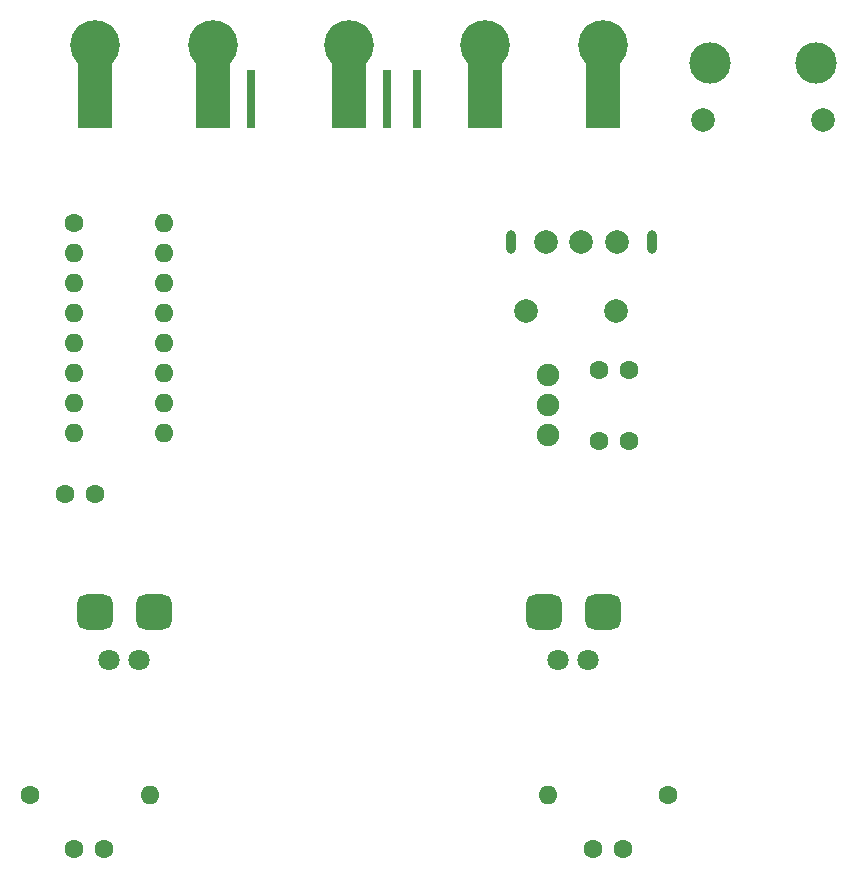
<source format=gbr>
G04 #@! TF.GenerationSoftware,KiCad,Pcbnew,(6.0.11)*
G04 #@! TF.CreationDate,2023-11-04T21:11:21-03:00*
G04 #@! TF.ProjectId,bitmovel,6269746d-6f76-4656-9c2e-6b696361645f,rev?*
G04 #@! TF.SameCoordinates,Original*
G04 #@! TF.FileFunction,Soldermask,Bot*
G04 #@! TF.FilePolarity,Negative*
%FSLAX46Y46*%
G04 Gerber Fmt 4.6, Leading zero omitted, Abs format (unit mm)*
G04 Created by KiCad (PCBNEW (6.0.11)) date 2023-11-04 21:11:21*
%MOMM*%
%LPD*%
G01*
G04 APERTURE LIST*
G04 Aperture macros list*
%AMRoundRect*
0 Rectangle with rounded corners*
0 $1 Rounding radius*
0 $2 $3 $4 $5 $6 $7 $8 $9 X,Y pos of 4 corners*
0 Add a 4 corners polygon primitive as box body*
4,1,4,$2,$3,$4,$5,$6,$7,$8,$9,$2,$3,0*
0 Add four circle primitives for the rounded corners*
1,1,$1+$1,$2,$3*
1,1,$1+$1,$4,$5*
1,1,$1+$1,$6,$7*
1,1,$1+$1,$8,$9*
0 Add four rect primitives between the rounded corners*
20,1,$1+$1,$2,$3,$4,$5,0*
20,1,$1+$1,$4,$5,$6,$7,0*
20,1,$1+$1,$6,$7,$8,$9,0*
20,1,$1+$1,$8,$9,$2,$3,0*%
G04 Aperture macros list end*
%ADD10C,1.600000*%
%ADD11O,1.600000X1.600000*%
%ADD12C,4.200000*%
%ADD13R,3.000000X7.000000*%
%ADD14R,0.800000X5.000000*%
%ADD15C,1.800000*%
%ADD16C,1.905000*%
%ADD17RoundRect,0.400000X0.000000X0.600000X0.000000X0.600000X0.000000X-0.600000X0.000000X-0.600000X0*%
%ADD18C,2.000000*%
%ADD19C,3.500000*%
%ADD20RoundRect,0.750000X0.750000X0.750000X-0.750000X0.750000X-0.750000X-0.750000X0.750000X-0.750000X0*%
%ADD21RoundRect,0.750000X-0.750000X-0.750000X0.750000X-0.750000X0.750000X0.750000X-0.750000X0.750000X0*%
G04 APERTURE END LIST*
D10*
G04 #@! TO.C,R1*
X177000000Y-113500000D03*
D11*
X166840000Y-113500000D03*
G04 #@! TD*
D12*
G04 #@! TO.C,J2*
X128500000Y-50000000D03*
X150000000Y-50000000D03*
X171500000Y-50000000D03*
X161500000Y-50000000D03*
X138500000Y-50000000D03*
D13*
X128500000Y-53500000D03*
X138500000Y-53500000D03*
D14*
X141710000Y-54500000D03*
D13*
X150000000Y-53500000D03*
D14*
X153210000Y-54500000D03*
X155750000Y-54500000D03*
D13*
X161500000Y-53500000D03*
X171500000Y-53500000D03*
G04 #@! TD*
D10*
G04 #@! TO.C,U2*
X126700000Y-65000000D03*
D11*
X126700000Y-67540000D03*
X126700000Y-70080000D03*
X126700000Y-72620000D03*
X126700000Y-75160000D03*
X126700000Y-77700000D03*
X126700000Y-80240000D03*
X126700000Y-82780000D03*
X134320000Y-82780000D03*
X134320000Y-80240000D03*
X134320000Y-77700000D03*
X134320000Y-75160000D03*
X134320000Y-72620000D03*
X134320000Y-70080000D03*
X134320000Y-67540000D03*
X134320000Y-65000000D03*
G04 #@! TD*
D15*
G04 #@! TO.C,REF\u002A\u002A*
X129730000Y-102000000D03*
X132270000Y-102000000D03*
G04 #@! TD*
G04 #@! TO.C,REF\u002A\u002A*
X167730000Y-102000000D03*
X170270000Y-102000000D03*
G04 #@! TD*
D16*
G04 #@! TO.C,U1*
X166900000Y-83000000D03*
X166900000Y-80460000D03*
X166900000Y-77920000D03*
G04 #@! TD*
D17*
G04 #@! TO.C,SW1*
X163700000Y-66600000D03*
X175700000Y-66600000D03*
D18*
X172700000Y-66600000D03*
X169700000Y-66600000D03*
X166700000Y-66600000D03*
G04 #@! TD*
G04 #@! TO.C,D3*
X165000000Y-72500000D03*
X172620000Y-72500000D03*
G04 #@! TD*
D10*
G04 #@! TO.C,C1*
X171200000Y-77500000D03*
X173700000Y-77500000D03*
G04 #@! TD*
G04 #@! TO.C,C2*
X171200000Y-83500000D03*
X173700000Y-83500000D03*
G04 #@! TD*
G04 #@! TO.C,C3*
X126000000Y-88000000D03*
X128500000Y-88000000D03*
G04 #@! TD*
D19*
G04 #@! TO.C,J1*
X180580000Y-51500000D03*
X189580000Y-51500000D03*
D18*
X180000000Y-56300000D03*
X190160000Y-56300000D03*
G04 #@! TD*
D10*
G04 #@! TO.C,D1*
X170700000Y-118000000D03*
X173240000Y-118000000D03*
G04 #@! TD*
G04 #@! TO.C,R2*
X123000000Y-113500000D03*
D11*
X133160000Y-113500000D03*
G04 #@! TD*
D10*
G04 #@! TO.C,D2*
X129250000Y-118000000D03*
X126710000Y-118000000D03*
G04 #@! TD*
D20*
G04 #@! TO.C,J3*
X133500000Y-98000000D03*
X128500000Y-98000000D03*
G04 #@! TD*
D21*
G04 #@! TO.C,J4*
X166500000Y-98000000D03*
X171500000Y-98000000D03*
G04 #@! TD*
M02*

</source>
